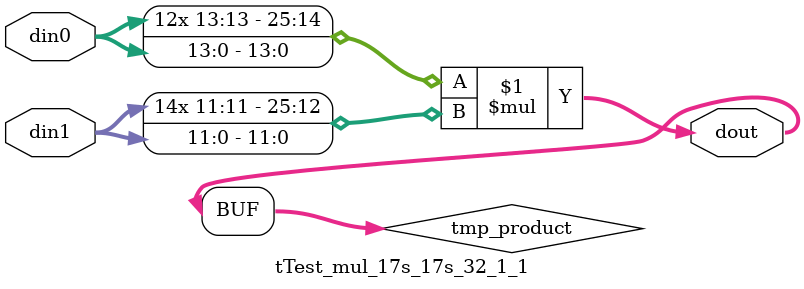
<source format=v>

`timescale 1 ns / 1 ps

  module tTest_mul_17s_17s_32_1_1(din0, din1, dout);
parameter ID = 1;
parameter NUM_STAGE = 0;
parameter din0_WIDTH = 14;
parameter din1_WIDTH = 12;
parameter dout_WIDTH = 26;

input [din0_WIDTH - 1 : 0] din0; 
input [din1_WIDTH - 1 : 0] din1; 
output [dout_WIDTH - 1 : 0] dout;

wire signed [dout_WIDTH - 1 : 0] tmp_product;













assign tmp_product = $signed(din0) * $signed(din1);








assign dout = tmp_product;







endmodule

</source>
